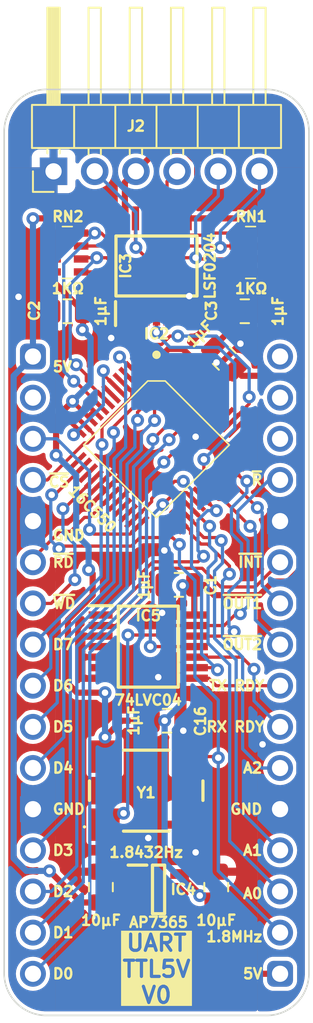
<source format=kicad_pcb>
(kicad_pcb (version 20240108) (generator "pcbnew") (generator_version "8.0")
  (title_block (title "TTL5V UART") (date "2024-08-06") (rev "V0"))
  (layers (0 "F.Cu" signal) (31 "B.Cu" signal) (36 "B.SilkS" user "B.Silkscreen") (37 "F.SilkS" user "F.Silkscreen") (38 "B.Mask" user) (39 "F.Mask" user) (44 "Edge.Cuts" user))
  (net 0 "")
  (net 1 "/5V")
  (net 2 "/GND")
  (net 3 "/RX Ready")
  (net 4 "/D0")
  (net 5 "/D1")
  (net 6 "/D2")
  (net 7 "/D3")
  (net 8 "/D4")
  (net 9 "/D5")
  (net 10 "/D6")
  (net 11 "/D7")
  (net 13 "/~{ADS}")
  (net 20 "/~{CTS}_{3V}")
  (net 21 "/SOUT_{3V}")
  (net 22 "/SIN_{3V}")
  (net 25 "/~{RTS}_{3V}")
  (net 27 "Net-(IC2-RCLK)")
  (net 28 "/~{CS}")
  (net 29 "/~{WD}")
  (net 30 "/~{RD}")
  (net 31 "/A2")
  (net 32 "/A1")
  (net 35 "/A0")
  (net 37 "/Reset")
  (net 42 "/3.3V")
  (net 43 "/1.8432MHz")
  (net 44 "/~{TXRDY}")
  (net 45 "/~{RXRDY}")
  (net 46 "/INT")
  (net 47 "/~{OUT2}")
  (net 48 "/~{OUT1}")
  (net 50 "/~{INT}")
  (net 53 "/TX Ready")
  (net 54 "/~{Reset}")
  (net 56 "/SIN_{5V}")
  (net 58 "/~{CTS}_{5V}")
  (net 59 "/SOUT_{5V}")
  (net 60 "/~{RTS}_{5V}")
  (footprint "Connector_PinHeader_2.54mm:PinHeader_1x06_P2.54mm_Horizontal" (layer "F.Cu") (at 115.570001 41.91 90)
    (property "Reference" "J2")
    (property "Value" "Conn_01x06_Pin")
  )
  (footprint "SamacSys_Parts:C_0805" (layer "F.Cu") (at 125.603 86.106)
    (property "Reference" "C18" (hide yes))
    (property "Value" "10µF")
  )
  (footprint "SamacSys_Parts:CAY16-J4" (layer "F.Cu") (at 116.391 46.92)
    (property "Reference" "RN2")
    (property "Value" "CAY16-102J4LF" (hide yes))
  )
  (footprint "SamacSys_Parts:C_0805" (layer "F.Cu") (at 116.459 50.546 90)
    (property "Reference" "C2")
    (property "Value" "1μF")
  )
  (footprint "SamacSys_Parts:C_0805" (layer "F.Cu") (at 127.381 50.546 90)
    (property "Reference" "C3")
    (property "Value" "1μF")
  )
  (footprint "SamacSys_Parts:DIP-32_Board_W15.24mm_Nak" (layer "F.Cu") (at 114.3 53.34)
    (property "Reference" "J1" (hide yes))
    (property "Value" "Conn_02x16_Counter_Clockwise" (hide yes))
  )
  (footprint "SamacSys_Parts:C_0805" (layer "F.Cu") (at 123.317 67.437 90)
    (property "Reference" "C1")
    (property "Value" "1μF")
  )
  (footprint "SamacSys_Parts:CAY16-J4" (layer "F.Cu") (at 127.752 46.92 180)
    (property "Reference" "RN1")
    (property "Value" "CAY16-102J4LF" (hide yes))
  )
  (footprint "SamacSys_Parts:SOP65P640X110-14N" (layer "F.Cu") (at 121.92 47.752 90)
    (property "Reference" "IC3")
    (property "Value" "LSF0204PW-Q100J" (hide yes))
  )
  (footprint "SamacSys_Parts:C_0805" (layer "F.Cu") (at 122.555 75.819 -90)
    (property "Reference" "C16")
    (property "Value" "1μF")
  )
  (footprint "SamacSys_Parts:C_0805" (layer "F.Cu") (at 126.111 53.467 45)
    (property "Reference" "C15" (hide yes))
    (property "Value" "1μF")
  )
  (footprint "SamacSys_Parts:SOP65P640X110-14N" (layer "F.Cu") (at 121.412 71.247)
    (property "Reference" "IC5")
    (property "Value" "74LVC04APW,118" (hide yes))
  )
  (footprint "SamacSys_Parts:QFP50P900X900X160-48N" (layer "F.Cu") (at 121.92 58.801 -45)
    (property "Reference" "IC2")
    (property "Value" "TL16C550DPTR" (hide yes))
  )
  (footprint "SamacSys_Parts:LFSPXO020733" (layer "F.Cu") (at 121.285 79.629)
    (property "Reference" "Y1")
    (property "Value" "LFSPXO020733" (hide yes))
  )
  (footprint "SamacSys_Parts:SOT95P285X130-5N" (layer "F.Cu") (at 122.047 86.233)
    (property "Reference" "IC4")
    (property "Value" "AP7365-33WG-7" (hide yes))
  )
  (footprint "SamacSys_Parts:C_0805" (layer "F.Cu") (at 118.491 86.106)
    (property "Reference" "C17" (hide yes))
    (property "Value" "10µF")
  )
  (gr_arc (start 112.525544 39.37) (mid 113.351821 37.554811) (end 115.219622 36.855529) (stroke (width 0.1)) (layer "Edge.Cuts"))
  (gr_arc (start 128.807073 36.855529) (mid 130.622253 37.681799) (end 131.321544 39.549606) (stroke (width 0.1)) (layer "Edge.Cuts"))
  (gr_line (start 131.321544 39.549606) (end 131.321545 91.496813) (stroke (width 0.1)) (layer "Edge.Cuts"))
  (gr_line (start 112.525544 39.37) (end 112.525545 91.317207) (stroke (width 0.1)) (layer "Edge.Cuts"))
  (gr_line (start 115.040016 94.011284) (end 128.627467 94.011284) (stroke (width 0.1)) (layer "Edge.Cuts"))
  (gr_line (start 128.807073 36.855529) (end 115.219622 36.855529) (stroke (width 0.1)) (layer "Edge.Cuts"))
  (gr_arc (start 131.321545 91.496813) (mid 130.49527 93.31201) (end 128.627467 94.011284) (stroke (width 0.1)) (layer "Edge.Cuts"))
  (gr_arc (start 115.040016 94.011284) (mid 113.224819 93.185009) (end 112.525545 91.317207) (stroke (width 0.1)) (layer "Edge.Cuts"))
  (gr_text "~{INT}" (at 128.524 66.04 0) (layer "F.SilkS") (effects (font (size 0.635 0.635) (thickness 0.15) (bold yes)) (justify right)))
  (gr_text "GND" (at 115.443 64.389 0) (layer "F.SilkS") (effects (font (size 0.635 0.635) (thickness 0.15) (bold yes)) (justify left)))
  (gr_text "A2" (at 128.524 78.74 0) (layer "F.SilkS") (effects (font (size 0.635 0.635) (thickness 0.15) (bold yes)) (justify right)))
  (gr_text "TX RDY" (at 128.651 73.66 0) (layer "F.SilkS") (effects (font (size 0.635 0.635) (thickness 0.15) (bold yes)) (justify right)))
  (gr_text "D7" (at 115.443 71.12 0) (layer "F.SilkS") (effects (font (size 0.635 0.635) (thickness 0.15) (bold yes)) (justify left)))
  (gr_text "D5" (at 115.443 76.2 0) (layer "F.SilkS") (effects (font (size 0.635 0.635) (thickness 0.15) (bold yes)) (justify left)))
  (gr_text "~{OUT1}" (at 128.524 68.58 0) (layer "F.SilkS") (effects (font (size 0.635 0.635) (thickness 0.15) (bold yes)) (justify right)))
  (gr_text "D2" (at 115.443 86.36 0) (layer "F.SilkS") (effects (font (size 0.635 0.635) (thickness 0.15) (bold yes)) (justify left)))
  (gr_text "D0" (at 115.443 91.44 0) (layer "F.SilkS") (effects (font (size 0.635 0.635) (thickness 0.15) (bold yes)) (justify left)))
  (gr_text "~{R}" (at 128.524 60.96 0) (layer "F.SilkS") (effects (font (size 0.635 0.635) (thickness 0.15) (bold yes)) (justify right)))
  (gr_text "~{OUT2}" (at 128.524 71.12 0) (layer "F.SilkS") (effects (font (size 0.635 0.635) (thickness 0.15) (bold yes)) (justify right)))
  (gr_text "UART\nTTL5V\nV0" (at 121.92 93.345 0) (layer "F.SilkS" knockout) (effects (font (size 1 1) (thickness 0.2) (bold yes)) (justify bottom)))
  (gr_text "5V" (at 115.443 53.975 0) (layer "F.SilkS") (effects (font (size 0.635 0.635) (thickness 0.15) (bold yes)) (justify left)))
  (gr_text "A0" (at 128.524 86.487 0) (layer "F.SilkS") (effects (font (size 0.635 0.635) (thickness 0.15) (bold yes)) (justify right)))
  (gr_text "D1" (at 115.443 88.9 0) (layer "F.SilkS") (effects (font (size 0.635 0.635) (thickness 0.15) (bold yes)) (justify left)))
  (gr_text "D6" (at 115.443 73.66 0) (layer "F.SilkS") (effects (font (size 0.635 0.635) (thickness 0.15) (bold yes)) (justify left)))
  (gr_text "D4" (at 115.443 78.74 0) (layer "F.SilkS") (effects (font (size 0.635 0.635) (thickness 0.15) (bold yes)) (justify left)))
  (gr_text "RX RDY" (at 128.651 76.2 0) (layer "F.SilkS") (effects (font (size 0.635 0.635) (thickness 0.15) (bold yes)) (justify right)))
  (gr_text "1.8MHz" (at 128.524 89.154 0) (layer "F.SilkS") (effects (font (size 0.635 0.635) (thickness 0.15) (bold yes)) (justify right)))
  (gr_text "D3" (at 115.443 83.82 0) (layer "F.SilkS") (effects (font (size 0.635 0.635) (thickness 0.15) (bold yes)) (justify left)))
  (gr_text "~{RD}" (at 115.443 66.04 0) (layer "F.SilkS") (effects (font (size 0.635 0.635) (thickness 0.15) (bold yes)) (justify left)))
  (gr_text "~{CS}" (at 115.189 61.087 0) (layer "F.SilkS") (effects (font (size 0.635 0.635) (thickness 0.15) (bold yes)) (justify left)))
  (gr_text "A1" (at 128.524 83.82 0) (layer "F.SilkS") (effects (font (size 0.635 0.635) (thickness 0.15) (bold yes)) (justify right)))
  (gr_text "~{WD}" (at 115.443 68.58 0) (layer "F.SilkS") (effects (font (size 0.635 0.635) (thickness 0.15) (bold yes)) (justify left)))
  (gr_text "GND" (at 115.443 81.28 0) (layer "F.SilkS") (effects (font (size 0.635 0.635) (thickness 0.15) (bold yes)) (justify left)))
  (gr_text "GND" (at 128.524 81.28 0) (layer "F.SilkS") (effects (font (size 0.635 0.635) (thickness 0.15) (bold yes)) (justify right)))
  (gr_text "5V" (at 128.524 91.44 0) (layer "F.SilkS") (effects (font (size 0.635 0.635) (thickness 0.15) (bold yes)) (justify right)))
  (segment (start 121.712 86.923) (end 121.452 87.183) (width 0.38) (layer "F.Cu") (net 1))
  (segment (start 119.97 44.814) (end 114.317 44.814) (width 0.38) (layer "F.Cu") (net 1))
  (segment (start 120.747 85.283) (end 121.702 85.283) (width 0.38) (layer "F.Cu") (net 1))
  (segment (start 127.667 44.814) (end 128.573 45.72) (width 0.38) (layer "F.Cu") (net 1))
  (segment (start 118.491 87.04) (end 117.265992 87.04) (width 0.38) (layer "F.Cu") (net 1))
  (segment (start 114.317 44.814) (end 114.3 44.831) (width 0.38) (layer "F.Cu") (net 1))
  (segment (start 123.87 44.814) (end 127.667 44.814) (width 0.38) (layer "F.Cu") (net 1))
  (segment (start 121.702 85.283) (end 121.712 85.293) (width 0.38) (layer "F.Cu") (net 1))
  (segment (start 129.54 91.44) (end 122.047 91.44) (width 0.38) (layer "F.Cu") (net 1))
  (segment (start 123.698 40.64) (end 121.920001 40.64) (width 0.38) (layer "F.Cu") (net 1))
  (segment (start 121.452 87.183) (end 120.747 87.183) (width 0.38) (layer "F.Cu") (net 1))
  (segment (start 118.491 87.04) (end 120.604 87.04) (width 0.38) (layer "F.Cu") (net 1))
  (segment (start 128.573 46.52) (end 128.573 47.32) (width 0.38) (layer "F.Cu") (net 1))
  (segment (start 121.920001 40.64) (end 120.650001 41.91) (width 0.38) (layer "F.Cu") (net 1))
  (segment (start 120.604 87.04) (end 120.747 87.183) (width 0.38) (layer "F.Cu") (net 1))
  (segment (start 128.573 47.32) (end 128.573 48.12) (width 0.38) (layer "F.Cu") (net 1))
  (segment (start 128.315 49.104) (end 128.315 50.546) (width 0.38) (layer "F.Cu") (net 1))
  (segment (start 119.97 44.814) (end 119.97 42.590001) (width 0.38) (layer "F.Cu") (net 1))
  (segment (start 117.265992 87.04) (end 115.315992 85.09) (width 0.38) (layer "F.Cu") (net 1))
  (segment (start 128.573 48.12) (end 128.573 48.846) (width 0.38) (layer "F.Cu") (net 1))
  (segment (start 128.573 45.72) (end 128.573 46.52) (width 0.38) (layer "F.Cu") (net 1))
  (segment (start 123.87 44.814) (end 123.87 43.77) (width 0.38) (layer "F.Cu") (net 1))
  (segment (start 124.430001 43.209999) (end 124.430001 41.372001) (width 0.38) (layer "F.Cu") (net 1))
  (segment (start 119.97 42.590001) (end 120.650001 41.91) (width 0.38) (layer "F.Cu") (net 1))
  (segment (start 123.87 43.77) (end 124.430001 43.209999) (width 0.38) (layer "F.Cu") (net 1))
  (segment (start 121.712 85.293) (end 121.712 86.923) (width 0.38) (layer "F.Cu") (net 1))
  (segment (start 124.430001 41.372001) (end 123.698 40.64) (width 0.38) (layer "F.Cu") (net 1))
  (segment (start 122.047 91.44) (end 118.491 87.884) (width 0.38) (layer "F.Cu") (net 1))
  (segment (start 118.491 87.884) (end 118.491 87.04) (width 0.38) (layer "F.Cu") (net 1))
  (segment (start 128.573 48.846) (end 128.315 49.104) (width 0.38) (layer "F.Cu") (net 1))
  (via (at 115.315992 85.09) (size 0.8) (drill 0.4) (layers "F.Cu" "B.Cu") (net 1))
  (via (at 114.3 44.831) (size 0.8) (drill 0.4) (layers "F.Cu" "B.Cu") (net 1))
  (segment (start 114.3 53.34) (end 113.11 54.53) (width 0.38) (layer "B.Cu") (net 1))
  (segment (start 114.3 53.34) (end 114.3 44.831) (width 0.38) (layer "B.Cu") (net 1))
  (segment (start 113.11 54.53) (end 113.11 84.312915) (width 0.38) (layer "B.Cu") (net 1))
  (segment (start 113.887085 85.09) (end 115.315992 85.09) (width 0.38) (layer "B.Cu") (net 1))
  (segment (start 113.11 84.312915) (end 113.887085 85.09) (width 0.38) (layer "B.Cu") (net 1))
  (segment (start 116.459 52.578) (end 118.745 52.578) (width 0.38) (layer "F.Cu") (net 2))
  (segment (start 125.427935 52.753065) (end 126.415 51.766) (width 0.38) (layer "F.Cu") (net 2))
  (segment (start 123.825 82.237) (end 126.678 82.237) (width 0.38) (layer "F.Cu") (net 2))
  (segment (start 120.142 86.233) (end 119.049 85.14) (width 0.38) (layer "F.Cu") (net 2))
  (segment (start 113.11 75.707085) (end 113.11 80.09) (width 0.38) (layer "F.Cu") (net 2))
  (segment (start 122.682 60.706) (end 120.770766 60.706) (width 0.38) (layer "F.Cu") (net 2))
  (segment (start 125.927727 53.712497) (end 127.094612 52.545612) (width 0.38) (layer "F.Cu") (net 2))
  (segment (start 118.75895 61.60284) (end 118.73716 61.60284) (width 0.2794) (layer "F.Cu") (net 2))
  (segment (start 115.316 67.31) (end 113.887085 67.31) (width 0.38) (layer "F.Cu") (net 2))
  (segment (start 128.35 60.532) (end 126.651072 58.833072) (width 0.38) (layer "F.Cu") (net 2))
  (segment (start 117.602 62.484) (end 117.602 62.04137) (width 0.2794) (layer "F.Cu") (net 2))
  (segment (start 126.665498 76.436998) (end 127.508 77.2795) (width 0.38) (layer "F.Cu") (net 2))
  (segment (start 122.404 65.312) (end 120.800965 65.312) (width 0.38) (layer "F.Cu") (net 2))
  (segment (start 123.825 82.296) (end 123.825 83.439) (width 0.38) (layer "F.Cu") (net 2))
  (segment (start 123.825 83.439) (end 124.333 83.947) (width 0.38) (layer "F.Cu") (net 2))
  (segment (start 113.03 64.77) (end 114.3 63.5) (width 0.38) (layer "F.Cu") (net 2))
  (segment (start 123.87 50.69) (end 123.87 49.677606) (width 0.38) (layer "F.Cu") (net 2))
  (segment (start 120.077498 61.399268) (end 119.680942 61.002712) (width 0.2794) (layer "F.Cu") (net 2))
  (segment (start 117.3465 71.862) (end 117.3815 71.897) (width 0.38) (layer "F.Cu") (net 2))
  (segment (start 119.634 73.197) (end 121.964066 73.197) (width 0.38) (layer "F.Cu") (net 2))
  (segment (start 114.427001 50.673) (end 114.427 50.673) (width 0.38) (layer "F.Cu") (net 2))
  (segment (start 115.493 50.546) (end 115.493 51.612) (width 0.38) (layer "F.Cu") (net 2))
  (segment (start 120.65 83.947) (end 121.412 83.185) (width 0.38) (layer "F.Cu") (net 2))
  (segment (start 129.047085 62.15) (end 128.35 61.452915) (width 0.38) (layer "F.Cu") (net 2))
  (segment (start 125.61915 53.712497) (end 125.927727 53.712497) (width 0.38) (layer "F.Cu") (net 2))
  (segment (start 113.887085 67.31) (end 113.03 66.452915) (width 0.38) (layer "F.Cu") (net 2))
  (segment (start 119.126 74.93) (end 119.634 74.422) (width 0.38) (layer "F.Cu") (net 2))
  (segment (start 123.521 76.386998) (end 123.571 76.436998) (width 0.38) (layer "F.Cu") (net 2))
  (segment (start 123.571 59.69) (end 123.571 59.817) (width 0.38) (layer "F.Cu") (net 2))
  (segment (start 116.586 63.5) (end 114.3 63.5) (width 0.2794) (layer "F.Cu") (net 2))
  (segment (start 120.800965 65.312) (end 120.453965 65.659) (width 0.38) (layer "F.Cu") (net 2))
  (segment (start 113.03 52.070001) (end 114.427001 50.673) (width 0.38) (layer "F.Cu") (net 2))
  (segment (start 122.36 82.237) (end 123.317 82.237) (width 0.38) (layer "F.Cu") (net 2))
  (segment (start 119.359078 61.002712) (end 118.75895 61.60284) (width 0.2794) (layer "F.Cu") (net 2))
  (segment (start 124.52163 57.277) (end 124.206 57.59263) (width 0.38) (layer "F.Cu") (net 2))
  (segment (start 114.3 81.28) (end 116.967 83.947) (width 0.38) (layer "F.Cu") (net 2))
  (segment (start 117.602 62.484) (end 116.586 63.5) (width 0.2794) (layer "F.Cu") (net 2))
  (segment (start 117.3815 71.897) (end 118.474 71.897) (width 0.38) (layer "F.Cu") (net 2))
  (segment (start 113.887085 67.31) (end 113.11 68.087085) (width 0.38) (layer "F.Cu") (net 2))
  (segment (start 114.427001 50.673) (end 115.366 50.673) (width 0.38) (layer "F.Cu") (net 2))
  (segment (start 119.634 74.422) (end 119.634 73.197) (width 0.38) (layer "F.Cu") (net 2))
  (segment (start 120.747 86.233) (end 120.142 86.233) (width 0.38) (layer "F.Cu") (net 2))
  (segment (start 113.11 68.087085) (end 113.11 69.072915) (width 0.38) (layer "F.Cu") (net 2))
  (segment (start 123.521 75.819) (end 123.521 74.626004) (width 0.38) (layer "F.Cu") (net 2))
  (segment (start 126.651072 58.833072) (end 126.077702 58.833072) (width 0.38) (layer "F.Cu") (net 2))
  (segment (start 113.03 62.23) (end 113.03 52.070001) (width 0.38) (layer "F.Cu") (net 2))
  (segment (start 121.412 83.058) (end 121.539 83.058) (width 0.38) (layer "F.Cu") (net 2))
  (segment (start 116.967 83.947) (end 118.491 83.947) (width 0.38) (layer "F.Cu") (net 2))
  (segment (start 118.439 70.632) (end 117.3465 70.632) (width 0.38) (layer "F.Cu") (net 2))
  (segment (start 124.333 83.947) (end 125.526 85.14) (width 0.38) (layer "F.Cu") (net 2))
  (segment (start 126.077702 58.833072) (end 124.52163 57.277) (width 0.38) (layer "F.Cu") (net 2))
  (segment (start 113.887085 74.93) (end 119.126 74.93) (width 0.38) (layer "F.Cu") (net 2))
  (segment (start 113.11 74.152915) (end 113.887085 74.93) (width 0.38) (layer "F.Cu") (net 2))
  (segment (start 126.415 51.766) (end 126.415 50.546) (width 0.38) (layer "F.Cu") (net 2))
  (segment (start 120.453965 65.659) (end 116.967 65.659) (width 0.38) (layer "F.Cu") (net 2))
  (segment (start 124.206 57.59263) (end 124.206 59.055) (width 0.38) (layer "F.Cu") (net 2))
  (segment (start 117.856 62.484) (end 117.602 62.484) (width 0.2794) (layer "F.Cu") (net 2))
  (segment (start 119.049 85.14) (end 118.491 85.14) (width 0.38) (layer "F.Cu") (net 2))
  (segment (start 117.602 62.04137) (end 118.39974 61.24363) (width 0.2794) (layer "F.Cu") (net 2))
  (segment (start 127.635 81.28) (end 129.54 81.28) (width 0.38) (layer "F.Cu") (net 2))
  (segment (start 129.079 62.15) (end 129.047085 62.15) (width 0.38) (layer "F.Cu") (net 2))
  (segment (start 117.3465 73.162) (end 117.3815 73.197) (width 0.38) (layer "F.Cu") (net 2))
  (segment (start 124.206 59.055) (end 123.571 59.69) (width 0.38) (layer "F.Cu") (net 2))
  (segment (start 121.412 83.185) (end 121.412 83.058) (width 0.38) (layer "F.Cu") (net 2))
  (segment (start 113.11 80.09) (end 114.3 81.28) (width 0.38) (layer "F.Cu") (net 2))
  (segment (start 118.75895 61.60284) (end 118.404761 61.248651) (width 0.3) (layer "F.Cu") (net 2))
  (segment (start 117.3815 73.197) (end 118.474 73.197) (width 0.38) (layer "F.Cu") (net 2))
  (segment (start 113.887085 74.93) (end 113.11 75.707085) (width 0.38) (layer "F.Cu") (net 2))
  (segment (start 120.077498 61.721132) (end 120.077498 61.399268) (width 0.2794) (layer "F.Cu") (net 2))
  (segment (start 117.3465 71.932) (end 117.3465 73.162) (width 0.38) (layer "F.Cu") (net 2))
  (segment (start 114.3 63.5) (end 113.03 62.23) (width 0.38) (layer "F.Cu") (net 2))
  (segment (start 125.427935 52.783935) (end 125.427935 53.521282) (width 0.38) (layer "F.Cu") (net 2))
  (segment (start 119.680942 61.002712) (end 119.359078 61.002712) (width 0.2794) (layer "F.Cu") (net 2))
  (segment (start 121.539 83.058) (end 122.36 82.237) (width 0.38) (layer "F.Cu") (net 2))
  (segment (start 113.11 70.627085) (end 113.11 74.152915) (width 0.38) (layer "F.Cu") (net 2))
  (segment (start 118.491 83.947) (end 120.65 83.947) (width 0.38) (layer "F.Cu") (net 2))
  (segment (start 118.745 52.578) (end 119.126 52.197) (width 0.38) (layer "F.Cu") (net 2))
  (segment (start 128.35 61.452915) (end 128.35 60.532) (width 0.38) (layer "F.Cu") (net 2))
  (segment (start 118.474 73.197) (end 119.634 73.197) (width 0.38) (layer "F.Cu") (net 2))
  (segment (start 113.11 69.072915) (end 113.157 69.119915) (width 0.38) (layer "F.Cu") (net 2))
  (segment (start 125.427935 53.521282) (end 125.61915 53.712497) (width 0.38) (layer "F.Cu") (net 2))
  (segment (start 123.571 76.436998) (end 126.665498 76.436998) (width 0.38) (layer "F.Cu") (net 2))
  (segment (start 118.73716 61.60284) (end 117.856 62.484) (width 0.2794) (layer "F.Cu") (net 2))
  (segment (start 123.87 49.677606) (end 123.937627 49.609979) (width 0.38) (layer "F.Cu") (net 2))
  (segment (start 120.770766 60.706) (end 120.113065 61.363701) (width 0.38) (layer "F.Cu") (net 2))
  (segment (start 125.44026 56.35837) (end 124.52163 57.277) (width 0.2794) (layer "F.Cu") (net 2))
  (segment (start 114.427 50.673) (end 113.411 49.657) (width 0.38) (layer "F.Cu") (net 2))
  (segment (start 113.157 69.119915) (end 113.157 70.580085) (width 0.38) (layer "F.Cu") (net 2))
  (segment (start 123.521 75.819) (end 123.521 76.386998) (width 0.38) (layer "F.Cu") (net 2))
  (segment (start 123.521 74.626004) (end 122.028031 73.133035) (width 0.38) (layer "F.Cu") (net 2))
  (segment (start 129.54 63.5) (end 129.54 62.611) (width 0.38) (layer "F.Cu") (net 2))
  (segment (start 123.571 59.817) (end 122.682 60.706) (width 0.38) (layer "F.Cu") (net 2))
  (segment (start 122.22 69.115885) (end 122.266084 69.161969) (width 0.38) (layer "F.Cu") (net 2))
  (segment (start 122.22 67.568) (end 122.22 69.115885) (width 0.38) (layer "F.Cu") (net 2))
  (segment (start 116.967 65.659) (end 115.316 67.31) (width 0.38) (layer "F.Cu") (net 2))
  (segment (start 115.493 51.612) (end 116.459 52.578) (width 0.38) (layer "F.Cu") (net 2))
  (segment (start 129.54 62.611) (end 129.079 62.15) (width 0.38) (layer "F.Cu") (net 2))
  (segment (start 121.964066 73.197) (end 122.028031 73.133035) (width 0.38) (layer "F.Cu") (net 2))
  (segment (start 117.3465 70.632) (end 117.3465 71.862) (width 0.38) (layer "F.Cu") (net 2))
  (segment (start 113.03 66.452915) (end 113.03 64.77) (width 0.38) (layer "F.Cu") (net 2))
  (segment (start 127.508 77.2795) (end 128.4605 77.2795) (width 0.38) (layer "F.Cu") (net 2))
  (segment (start 123.87 50.69) (end 126.398 50.69) (width 0.38) (layer "F.Cu") (net 2))
  (segment (start 117.3815 71.897) (end 117.3465 71.932) (width 0.38) (layer "F.Cu") (net 2))
  (segment (start 126.678 82.237) (end 127.635 81.28) (width 0.38) (layer "F.Cu") (net 2))
  (segment (start 118.491 85.14) (end 118.491 83.947) (width 0.38) (layer "F.Cu") (net 2))
  (segment (start 119.47737 62.32126) (end 120.077498 61.721132) (width 0.2794) (layer "F.Cu") (net 2))
  (segment (start 113.157 70.580085) (end 113.11 70.627085) (width 0.38) (layer "F.Cu") (net 2))
  (via (at 128.4605 77.2795) (size 0.8) (drill 0.4) (layers "F.Cu" "B.Cu") (net 2))
  (via (at 121.412 83.058) (size 0.8) (drill 0.4) (layers "F.Cu" "B.Cu") (net 2))
  (via (at 124.333 83.947) (size 0.8) (drill 0.4) (layers "F.Cu" "B.Cu") (net 2))
  (via (at 119.126 52.197) (size 0.8) (drill 0.4) (layers "F.Cu" "B.Cu") (net 2))
  (via (at 122.028031 73.133035) (size 0.8) (drill 0.4) (layers "F.Cu" "B.Cu") (net 2))
  (via (at 113.411 49.657) (size 0.8) (drill 0.4) (layers "F.Cu" "B.Cu") (net 2))
  (via (at 125.61915 53.712497) (size 0.8) (drill 0.4) (layers "F.Cu" "B.Cu") (net 2))
  (via (at 124.333 58.293) (size 0.8) (drill 0.4) (layers "F.Cu" "B.Cu") (net 2))
  (via (at 122.404 65.312) (size 0.8) (drill 0.4) (layers "F.Cu" "B.Cu") (net 2))
  (via (at 127.094612 52.545612) (size 0.8) (drill 0.4) (layers "F.Cu" "B.Cu") (net 2))
  (via (at 123.937627 49.609979) (size 0.8) (drill 0.4) (layers "F.Cu" "B.Cu") (net 2))
  (via (at 123.571 76.436998) (size 0.8) (drill 0.4) (layers "F.Cu" "B.Cu") (net 2))
  (via (at 122.266084 69.161969) (size 0.8) (drill 0.4) (layers "F.Cu" "B.Cu") (net 2))
  (segment (start 124.333 58.293) (end 124.206 58.166) (width 0.38) (layer "B.Cu") (net 2))
  (segment (start 124.206 58.166) (end 124.206 55.125647) (width 0.38) (layer "B.Cu") (net 2))
  (segment (start 121.412 73.749066) (end 122.028031 73.133035) (width 0.38) (layer "B.Cu") (net 2))
  (segment (start 122.404 69.024053) (end 122.266084 69.161969) (width 0.38) (layer "B.Cu") (net 2))
  (segment (start 130.73 80.09) (end 129.54 81.28) (width 0.38) (layer "B.Cu") (net 2))
  (segment (start 130.095 77.47) (end 128.651 77.47) (width 0.38) (layer "B.Cu") (net 2))
  (segment (start 122.731 60.657) (end 124.333 59.055) (width 0.38) (layer "B.Cu") (net 2))
  (segment (start 124.333 83.947) (end 123.571 83.185) (width 0.38) (layer "B.Cu") (net 2))
  (segment (start 124.206 55.125647) (end 125.61915 53.712497) (width 0.38) (layer "B.Cu") (net 2))
  (segment (start 122.379003 69.274888) (end 122.266084 69.161969) (width 0.38) (layer "B.Cu") (net 2))
  (segment (start 130.73 62.31) (end 130.73 55.292) (width 0.38) (layer "B.Cu") (net 2))
  (segment (start 130.73 76.835) (end 130.73 76.327) (width 0.38) (layer "B.Cu") (net 2))
  (segment (start 130.095 77.47) (end 130.73 76.835) (width 0.38) (layer "B.Cu") (net 2))
  (segment (start 129.047085 54.53) (end 127.094612 52.577527) (width 0.38) (layer "B.Cu") (net 2))
  (segment (start 130.73 64.69) (end 130.73 76.327) (width 0.38) (layer "B.Cu") (net 2))
  (segment (start 128.651 77.47) (end 128.4605 77.2795) (width 0.38) (layer "B.Cu") (net 2))
  (segment (start 130.095 77.47) (end 130.73 78.105) (width 0.38) (layer "B.Cu") (net 2))
  (segment (start 129.54 63.5) (end 130.73 62.31) (width 0.38) (layer "B.Cu") (net 2))
  (segment (start 124.333 59.055) (end 124.333 58.293) (width 0.38) (layer "B.Cu") (net 2))
  (segment (start 129.54 63.5) (end 130.73 64.69) (width 0.38) (layer "B.Cu") (net 2))
  (segment (start 123.937627 49.609979) (end 121.713021 49.609979) (width 0.38) (layer "B.Cu") (net 2))
  (segment (start 130.73 78.105) (end 130.73 80.09) (width 0.38) (layer "B.Cu") (net 2))
  (segment (start 127.094612 52.577527) (end 127.094612 52.545612) (width 0.38) (layer "B.Cu") (net 2))
  (segment (start 122.404 64.032) (end 123.317 63.119) (width 0.38) (layer "B.Cu") (net 2))
  (segment (start 128.905 81.28) (end 128.016 80.391) (width 0.38) (layer "B.Cu") (net 2))
  (segment (start 123.317 63.119) (end 123.317 61.91581) (width 0.38) (layer "B.Cu") (net 2))
  (segment (start 121.713021 49.609979) (end 119.126 52.197) (width 0.38) (layer "B.Cu") (net 2))
  (segment (start 113.411 49.657) (end 113.411 44.069001) (width 0.38) (layer "B.Cu") (net 2))
  (segment (start 122.028031 73.133035) (end 122.379003 72.782063) (width 0.38) (layer "B.Cu") (net 2))
  (segment (start 122.404 65.312) (end 122.404 69.024053) (width 0.38) (layer "B.Cu") (net 2))
  (segment (start 122.379003 72.782063) (end 122.379003 69.274888) (width 0.38) (layer "B.Cu") (net 2))
  (segment (start 123.317 61.91581) (end 122.731 61.32981) (width 0.38) (layer "B.Cu") (net 2))
  (segment (start 129.968 54.53) (end 129.047085 54.53) (width 0.38) (layer "B.Cu") (net 2))
  (segment (start 123.571 83.185) (end 123.571 76.436998) (width 0.38) (layer "B.Cu") (net 2))
  (segment (start 113.411 44.069001) (end 115.570001 41.91) (width 0.38) (layer "B.Cu") (net 2))
  (segment (start 121.412 83.058) (end 121.412 73.749066) (width 0.38) (layer "B.Cu") (net 2))
  (segment (start 122.731 61.32981) (end 122.731 60.657) (width 0.38) (layer "B.Cu") (net 2))
  (segment (start 122.404 65.312) (end 122.404 64.032) (width 0.38) (layer "B.Cu") (net 2))
  (segment (start 129.54 81.28) (end 128.905 81.28) (width 0.38) (layer "B.Cu") (net 2))
  (segment (start 130.73 55.292) (end 129.968 54.53) (width 0.38) (layer "B.Cu") (net 2))
  (segment (start 127.932736 72.644) (end 127.185736 71.897) (width 0.2) (layer "F.Cu") (net 3))
  (segment (start 127.185736 71.897) (end 124.35 71.897) (width 0.2) (layer "F.Cu") (net 3))
  (via (at 127.932736 72.644) (size 0.8) (drill 0.4) (layers "F.Cu" "B.Cu") (net 3))
  (segment (start 127.932736 72.644) (end 127.932736 74.592736) (width 0.2) (layer "B.Cu") (net 3))
  (segment (start 127.932736 74.592736) (end 129.54 76.2) (width 0.2) (layer "B.Cu") (net 3))
  (segment (start 124.72184 55.63995) (end 123.625805 56.735985) (width 0.2) (layer "F.Cu") (net 4))
  (segment (start 123.625805 56.735985) (end 123.625805 58.607423) (width 0.2) (layer "F.Cu") (net 4))
  (segment (start 123.625805 58.607423) (end 122.3741 59.859128) (width 0.2) (layer "F.Cu") (net 4))
  (via (at 122.3741 59.859128) (size 0.8) (drill 0.4) (layers "F.Cu" "B.Cu") (net 4))
  (segment (start 117.805 71.609686) (end 121.304 68.110686) (width 0.2) (layer "B.Cu") (net 4))
  (segment (start 114.3 91.44) (end 117.805 87.935) (width 0.2) (layer "B.Cu") (net 4))
  (segment (start 121.304 60.929228) (end 122.3741 59.859128) (width 0.2) (layer "B.Cu") (net 4))
  (segment (start 121.304 68.110686) (end 121.304 60.929228) (width 0.2) (layer "B.Cu") (net 4))
  (segment (start 117.805 87.935) (end 117.805 71.609686) (width 0.2) (layer "B.Cu") (net 4))
  (segment (start 123.186946 57.985621) (end 122.696952 58.475615) (width 0.2) (layer "F.Cu") (net 5))
  (segment (start 123.186946 56.456424) (end 123.186946 57.985621) (width 0.2) (layer "F.Cu") (net 5))
  (segment (start 124.36263 55.28074) (end 123.186946 56.456424) (width 0.2) (layer "F.Cu") (net 5))
  (via (at 122.696952 58.475615) (size 0.8) (drill 0.4) (layers "F.Cu" "B.Cu") (net 5))
  (segment (start 122.696952 58.524387) (end 122.696952 58.475615) (width 0.2) (layer "B.Cu") (net 5))
  (segment (start 114.3 88.9) (end 117.405 85.795) (width 0.2) (layer "B.Cu") (net 5))
  (segment (start 120.904 60.317339) (end 122.696952 58.524387) (width 0.2) (layer "B.Cu") (net 5))
  (segment (start 117.405 71.444) (end 120.904 67.945) (width 0.2) (layer "B.Cu") (net 5))
  (segment (start 120.904 67.945) (end 120.904 60.317339) (width 0.2) (layer "B.Cu") (net 5))
  (segment (start 117.405 85.795) (end 117.405 71.444) (width 0.2) (layer "B.Cu") (net 5))
  (segment (start 124.02138 54.93949) (end 122.555 56.40587) (width 0.2) (layer "F.Cu") (net 6))
  (segment (start 122.555 56.40587) (end 122.555 57.596106) (width 0.2) (layer "F.Cu") (net 6))
  (segment (start 122.555 57.596106) (end 121.695555 58.455551) (width 0.2) (layer "F.Cu") (net 6))
  (via (at 121.695555 58.455551) (size 0.8) (drill 0.4) (layers "F.Cu" "B.Cu") (net 6))
  (segment (start 120.504 60.151653) (end 121.695555 58.960098) (width 0.2) (layer "B.Cu") (net 6))
  (segment (start 120.504 67.74443) (end 120.504 60.151653) (width 0.2) (layer "B.Cu") (net 6))
  (segment (start 117.005 84.78637) (end 117.005 71.24343) (width 0.2) (layer "B.Cu") (net 6))
  (segment (start 114.3 86.36) (end 115.43137 86.36) (width 0.2) (layer "B.Cu") (net 6))
  (segment (start 117.005 71.24343) (end 120.504 67.74443) (width 0.2) (layer "B.Cu") (net 6))
  (segment (start 115.43137 86.36) (end 117.005 84.78637) (width 0.2) (layer "B.Cu") (net 6))
  (segment (start 121.695555 58.960098) (end 121.695555 58.455551) (width 0.2) (layer "B.Cu") (net 6))
  (segment (start 121.80095 56.4415) (end 121.80095 57.292189) (width 0.2) (layer "F.Cu") (net 7))
  (segment (start 123.66217 54.58028) (end 121.80095 56.4415) (width 0.2) (layer "F.Cu") (net 7))
  (via (at 121.80095 57.292189) (size 0.8) (drill 0.4) (layers "F.Cu" "B.Cu") (net 7))
  (segment (start 114.3 83.82) (end 116.605 81.515) (width 0.2) (layer "B.Cu") (net 7))
  (segment (start 120.986978 59.102989) (end 120.986978 58.106161) (width 0.2) (layer "B.Cu") (net 7))
  (segment (start 116.605 71.077744) (end 120.104 67.578744) (width 0.2) (layer "B.Cu") (net 7))
  (segment (start 116.605 81.515) (end 116.605 71.077744) (width 0.2) (layer "B.Cu") (net 7))
  (segment (start 120.986978 58.106161) (end 121.80095 57.292189) (width 0.2) (layer "B.Cu") (net 7))
  (segment (start 120.104 59.985967) (end 120.986978 59.102989) (width 0.2) (layer "B.Cu") (net 7))
  (segment (start 120.104 67.578744) (end 120.104 59.985967) (width 0.2) (layer "B.Cu") (net 7))
  (segment (start 120.751231 56.772797) (end 120.751231 57.267772) (width 0.2) (layer "F.Cu") (net 8))
  (segment (start 123.302959 54.221069) (end 120.751231 56.772797) (width 0.2) (layer "F.Cu") (net 8))
  (via (at 120.751231 57.267772) (size 0.8) (drill 0.4) (layers "F.Cu" "B.Cu") (net 8))
  (segment (start 119.704 59.820282) (end 120.586978 58.937304) (width 0.2) (layer "B.Cu") (net 8))
  (segment (start 119.704 67.413058) (end 119.704 59.820282) (width 0.2) (layer "B.Cu") (net 8))
  (segment (start 116.205 70.912058) (end 119.704 67.413058) (width 0.2) (layer "B.Cu") (net 8))
  (segment (start 116.205 76.835) (end 116.205 70.912058) (width 0.2) (layer "B.Cu") (net 8))
  (segment (start 120.586978 57.432025) (end 120.751231 57.267772) (width 0.2) (layer "B.Cu") (net 8))
  (segment (start 120.586978 58.937304) (end 120.586978 57.432025) (width 0.2) (layer "B.Cu") (net 8))
  (segment (start 114.3 78.74) (end 116.205 76.835) (width 0.2) (layer "B.Cu") (net 8))
  (segment (start 120.488721 54.221069) (end 119.639637 53.371985) (width 0.2) (layer "F.Cu") (net 9))
  (via (at 119.639637 53.371985) (size 0.8) (drill 0.4) (layers "F.Cu" "B.Cu") (net 9))
  (segment (start 120.015 53.747348) (end 120.015 58.943596) (width 0.2) (layer "B.Cu") (net 9))
  (segment (start 115.8 74.7) (end 114.3 76.2) (width 0.2) (layer "B.Cu") (net 9))
  (segment (start 119.304 67.247372) (end 115.8 70.751372) (width 0.2) (layer "B.Cu") (net 9))
  (segment (start 119.304 59.654596) (end 119.304 67.247372) (width 0.2) (layer "B.Cu") (net 9))
  (segment (start 119.639637 53.371985) (end 120.015 53.747348) (width 0.2) (layer "B.Cu") (net 9))
  (segment (start 115.8 70.751372) (end 115.8 74.7) (width 0.2) (layer "B.Cu") (net 9))
  (segment (start 120.015 58.943596) (end 119.304 59.654596) (width 0.2) (layer "B.Cu") (net 9))
  (segment (start 120.797008 55.199458) (end 120.797008 56.161334) (width 0.2) (layer "F.Cu") (net 10))
  (segment (start 119.265 57.693342) (end 119.265 58.02284) (width 0.2) (layer "F.Cu") (net 10))
  (segment (start 120.17783 54.58028) (end 120.797008 55.199458) (width 0.2) (layer "F.Cu") (net 10))
  (segment (start 120.797008 56.161334) (end 119.265 57.693342) (width 0.2) (layer "F.Cu") (net 10))
  (via (at 119.265 58.02284) (size 0.8) (drill 0.4) (layers "F.Cu" "B.Cu") (net 10))
  (segment (start 114.3 73.66) (end 115.4 72.56) (width 0.2) (layer "B.Cu") (net 10))
  (segment (start 115.4 70.585686) (end 118.904 67.081686) (width 0.2) (layer "B.Cu") (net 10))
  (segment (start 119.309444 59.083466) (end 119.309444 58.067284) (width 0.2) (layer "B.Cu") (net 10))
  (segment (start 118.904 59.48891) (end 119.309444 59.083466) (width 0.2) (layer "B.Cu") (net 10))
  (segment (start 118.904 67.081686) (end 118.904 59.48891) (width 0.2) (layer "B.Cu") (net 10))
  (segment (start 119.309444 58.067284) (end 119.265 58.02284) (width 0.2) (layer "B.Cu") (net 10))
  (segment (start 115.4 72.56) (end 115.4 70.585686) (width 0.2) (layer "B.Cu") (net 10))
  (segment (start 120.397008 55.517878) (end 120.397008 55.830171) (width 0.2) (layer "F.Cu") (net 11))
  (segment (start 120.397008 55.830171) (end 118.559444 57.667735) (width 0.2) (layer "F.Cu") (net 11))
  (segment (start 119.81862 54.93949) (end 120.397008 55.517878) (width 0.2) (layer "F.Cu") (net 11))
  (segment (start 118.559444 57.667735) (end 118.559444 58.772805) (width 0.2) (layer "F.Cu") (net 11))
  (via (at 118.559444 58.772805) (size 0.8) (drill 0.4) (layers "F.Cu" "B.Cu") (net 11))
  (segment (start 114.3 71.12) (end 118.504 66.916) (width 0.2) (layer "B.Cu") (net 11))
  (segment (start 118.504 58.828249) (end 118.559444 58.772805) (width 0.2) (layer "B.Cu") (net 11))
  (segment (start 118.504 66.916) (end 118.504 58.828249) (width 0.2) (layer "B.Cu") (net 11))
  (segment (start 118.072569 64.300569) (end 117.792 64.02) (width 0.2) (layer "F.Cu") (net 13))
  (segment (start 120.87829 63.72218) (end 120.299901 64.300569) (width 0.2) (layer "F.Cu") (net 13))
  (segment (start 120.299901 64.300569) (end 118.072569 64.300569) (width 0.2) (layer "F.Cu") (net 13))
  (via (at 117.792 64.02) (size 0.8) (drill 0.4) (layers "F.Cu" "B.Cu") (net 13))
  (segment (start 117.792 60.435173) (end 117.792 64.02) (width 0.2) (layer "B.Cu") (net 13))
  (segment (start 114.3 58.42) (end 115.776827 58.42) (width 0.2) (layer "B.Cu") (net 13))
  (segment (start 115.776827 58.42) (end 117.792 60.435173) (width 0.2) (layer "B.Cu") (net 13))
  (segment (start 121.5885 52.596) (end 120.62 51.6275) (width 0.2) (layer "F.Cu") (net 20))
  (segment (start 117.27 48.12) (end 118.9875 48.12) (width 0.2) (layer "F.Cu") (net 20))
  (segment (start 122.23569 52.596) (end 121.5885 52.596) (width 0.2) (layer "F.Cu") (net 20))
  (segment (start 127.635002 56.260998) (end 127.635002 55.835336) (width 0.2) (layer "F.Cu") (net 20))
  (segment (start 120.62 49.7525) (end 120.62 50.69) (width 0.2) (layer "F.Cu") (net 20))
  (segment (start 118.9875 48.12) (end 120.62 49.7525) (width 0.2) (layer "F.Cu") (net 20))
  (segment (start 122.754188 52.077502) (end 122.23569 52.596) (width 0.2) (layer "F.Cu") (net 20))
  (segment (start 126.499931 57.396069) (end 127.635002 56.260998) (width 0.2) (layer "F.Cu") (net 20))
  (segment (start 120.62 51.6275) (end 120.62 50.69) (width 0.2) (layer "F.Cu") (net 20))
  (segment (start 123.239394 52.077502) (end 122.754188 52.077502) (width 0.2) (layer "F.Cu") (net 20))
  (via (at 127.635002 55.835336) (size 0.8) (drill 0.4) (layers "F.Cu" "B.Cu") (net 20))
  (via (at 123.239394 52.077502) (size 0.8) (drill 0.4) (layers "F.Cu" "B.Cu") (net 20))
  (segment (start 123.239394 52.077502) (end 125.610502 52.077502) (width 0.2) (layer "B.Cu") (net 20))
  (segment (start 125.610502 52.077502) (end 127.635002 54.102002) (width 0.2) (layer "B.Cu") (net 20))
  (segment (start 127.635002 54.102002) (end 127.635002 55.835336) (width 0.2) (layer "B.Cu") (net 20))
  (segment (start 118.11 45.72) (end 117.27 45.72) (width 0.2) (layer "F.Cu") (net 21))
  (segment (start 118.5125 45.72) (end 122.57 49.7775) (width 0.2) (layer "F.Cu") (net 21))
  (segment (start 118.39974 56.35837) (end 116.90537 54.864) (width 0.2) (layer "F.Cu") (net 21))
  (segment (start 122.57 49.7775) (end 122.57 50.69) (width 0.2) (layer "F.Cu") (net 21))
  (segment (start 116.90537 54.864) (end 116.815869 54.864) (width 0.2) (layer "F.Cu") (net 21))
  (segment (start 118.11 45.72) (end 118.5125 45.72) (width 0.2) (layer "F.Cu") (net 21))
  (via (at 118.11 45.72) (size 0.8) (drill 0.4) (layers "F.Cu" "B.Cu") (net 21))
  (via (at 116.815869 54.864) (size 0.8) (drill 0.4) (layers "F.Cu" "B.Cu") (net 21))
  (segment (start 116.198 54.246131) (end 116.815869 54.864) (width 0.2) (layer "B.Cu") (net 21))
  (segment (start 116.198 47.632) (end 116.198 54.246131) (width 0.2) (layer "B.Cu") (net 21))
  (segment (start 118.11 45.72) (end 116.198 47.632) (width 0.2) (layer "B.Cu") (net 21))
  (segment (start 117.59 54.471) (end 116.967 53.848) (width 0.2) (layer "F.Cu") (net 22))
  (segment (start 118.237 47.244) (end 117.346 47.244) (width 0.2) (layer "F.Cu") (net 22))
  (segment (start 118.237 47.244) (end 118.845814 47.244) (width 0.2) (layer "F.Cu") (net 22))
  (segment (start 117.59 54.83021) (end 117.59 54.471) (width 0.2) (layer "F.Cu") (net 22))
  (segment (start 121.27 49.668186) (end 121.27 50.69) (width 0.2) (layer "F.Cu") (net 22))
  (segment (start 118.75895 55.99916) (end 117.59 54.83021) (width 0.2) (layer "F.Cu") (net 22))
  (segment (start 118.845814 47.244) (end 121.27 49.668186) (width 0.2) (layer "F.Cu") (net 22))
  (via (at 116.967 53.848) (size 0.8) (drill 0.4) (layers "F.Cu" "B.Cu") (net 22))
  (via (at 118.237 47.244) (size 0.8) (drill 0.4) (layers "F.Cu" "B.Cu") (net 22))
  (segment (start 118.237 47.244) (end 116.598 48.883) (width 0.2) (layer "B.Cu") (net 22))
  (segment (start 116.598 53.479) (end 116.967 53.848) (width 0.2) (layer "B.Cu") (net 22))
  (segment (start 116.598 48.883) (end 116.598 53.479) (width 0.2) (layer "B.Cu") (net 22))
  (segment (start 121.92 49.7525) (end 121.92 50.69) (width 0.2) (layer "F.Cu") (net 25))
  (segment (start 125.44026 61.24363) (end 124.841 60.64437) (width 0.2) (layer "F.Cu") (net 25))
  (segment (start 124.841 60.64437) (end 124.841 59.69) (width 0.2) (layer "F.Cu") (net 25))
  (segment (start 121.92 51.851029) (end 121.92 50.69) (width 0.2) (layer "F.Cu") (net 25))
  (segment (start 117.27 46.52) (end 118.6875 46.52) (width 0.2) (layer "F.Cu") (net 25))
  (segment (start 118.6875 46.52) (end 121.92 49.7525) (width 0.2) (layer "F.Cu") (net 25))
  (via (at 124.841 59.69) (size 0.8) (drill 0.4) (layers "F.Cu" "B.Cu") (net 25))
  (via (at 121.92 51.851029) (size 0.8) (drill 0.4) (layers "F.Cu" "B.Cu") (net 25))
  (segment (start 126.746 53.778686) (end 125.744816 52.777502) (width 0.2) (layer "B.Cu") (net 25))
  (segment (start 125.744816 52.777502) (end 122.752339 52.777502) (width 0.2) (layer "B.Cu") (net 25))
  (segment (start 126.746 57.785) (end 126.746 53.778686) (width 0.2) (layer "B.Cu") (net 25))
  (segment (start 122.752339 52.777502) (end 121.92 51.945163) (width 0.2) (layer "B.Cu") (net 25))
  (segment (start 124.841 59.69) (end 126.746 57.785) (width 0.2) (layer "B.Cu") (net 25))
  (segment (start 121.92 51.945163) (end 121.92 51.851029) (width 0.2) (layer "B.Cu") (net 25))
  (segment (start 119.47737 55.28074) (end 118.643357 54.446727) (width 0.2) (layer "F.Cu") (net 27))
  (segment (start 116.99882 57.75929) (end 116.99882 57.97718) (width 0.2) (layer "F.Cu") (net 27))
  (segment (start 116.99882 57.97718) (end 116.81 58.166) (width 0.2) (layer "F.Cu") (net 27))
  (segment (start 118.643357 54.446727) (end 118.643357 54.217838) (width 0.2) (layer "F.Cu") (net 27))
  (via (at 116.81 58.166) (size 0.8) (drill 0.4) (layers "F.Cu" "B.Cu") (net 27))
  (via (at 118.643357 54.217838) (size 0.8) (drill 0.4) (layers "F.Cu" "B.Cu") (net 27))
  (segment (start 118.643357 56.332643) (end 118.643357 54.217838) (width 0.2) (layer "B.Cu") (net 27))
  (segment (start 116.81 58.166) (end 118.643357 56.332643) (width 0.2) (layer "B.Cu") (net 27))
  (segment (start 117.470072 58.678928) (end 115.189 60.96) (width 0.2) (layer "F.Cu") (net 28))
  (segment (start 117.340069 57.418041) (end 118.01615 58.094122) (width 0.2) (layer "F.Cu") (net 28))
  (segment (start 115.189 60.96) (end 114.3 60.96) (width 0.2) (layer "F.Cu") (net 28))
  (segment (start 117.663372 58.678928) (end 117.470072 58.678928) (width 0.2) (layer "F.Cu") (net 28))
  (segment (start 118.01615 58.094122) (end 118.01615 58.32615) (width 0.2) (layer "F.Cu") (net 28))
  (segment (start 118.01615 58.32615) (end 117.663372 58.678928) (width 0.2) (layer "F.Cu") (net 28))
  (segment (start 115.420371 68.58) (end 116.884312 67.116059) (width 0.2) (layer "F.Cu") (net 29))
  (segment (start 118.05849 60.90238) (end 116.22287 62.738) (width 0.2) (layer "F.Cu") (net 29))
  (segment (start 114.3 68.58) (end 115.420371 68.58) (width 0.2) (layer "F.Cu") (net 29))
  (segment (start 116.22287 62.738) (end 116.150016 62.738) (width 0.2) (layer "F.Cu") (net 29))
  (via (at 116.884312 67.116059) (size 0.8) (drill 0.4) (layers "F.Cu" "B.Cu") (net 29))
  (via (at 116.150016 62.738) (size 0.8) (drill 0.4) (layers "F.Cu" "B.Cu") (net 29))
  (segment (start 116.884312 67.116059) (end 116.884312 64.936217) (width 0.2) (layer "B.Cu") (net 29))
  (segment (start 116.884312 64.936217) (end 116.150016 64.201921) (width 0.2) (layer "B.Cu") (net 29))
  (segment (start 116.150016 64.201921) (end 116.150016 62.738) (width 0.2) (layer "B.Cu") (net 29))
  (segment (start 115.966202 64.135) (end 116.616339 64.135) (width 0.2) (layer "F.Cu") (net 30))
  (segment (start 114.3 65.801202) (end 115.966202 64.135) (width 0.2) (layer "F.Cu") (net 30))
  (segment (start 117.481339 63.27) (end 117.81021 63.27) (width 0.2) (layer "F.Cu") (net 30))
  (segment (start 117.81021 63.27) (end 119.11816 61.96205) (width 0.2) (layer "F.Cu") (net 30))
  (segment (start 116.616339 64.135) (end 117.481339 63.27) (width 0.2) (layer "F.Cu") (net 30))
  (segment (start 125.070424 64.917085) (end 126.419451 66.266112) (width 0.2) (layer "F.Cu") (net 31))
  (segment (start 126.419451 66.266112) (end 126.419451 66.770558) (width 0.2) (layer "F.Cu") (net 31))
  (segment (start 123.302959 63.380931) (end 124.017435 64.095407) (width 0.2) (layer "F.Cu") (net 31))
  (segment (start 124.017435 64.270781) (end 124.663739 64.917085) (width 0.2) (layer "F.Cu") (net 31))
  (segment (start 124.663739 64.917085) (end 125.070424 64.917085) (width 0.2) (layer "F.Cu") (net 31))
  (segment (start 124.017435 64.095407) (end 124.017435 64.270781) (width 0.2) (layer "F.Cu") (net 31))
  (via (at 126.419451 66.770558) (size 0.8) (drill 0.4) (layers "F.Cu" "B.Cu") (net 31))
  (segment (start 127.232736 77.564106) (end 127.232736 71.905397) (width 0.2) (layer "B.Cu") (net 31))
  (segment (start 125.989 70.661661) (end 125.989 67.201009) (width 0.2) (layer "B.Cu") (net 31))
  (segment (start 128.40863 78.74) (end 127.232736 77.564106) (width 0.2) (layer "B.Cu") (net 31))
  (segment (start 129.54 78.74) (end 128.40863 78.74) (width 0.2) (layer "B.Cu") (net 31))
  (segment (start 127.232736 71.905397) (end 125.989 70.661661) (width 0.2) (layer "B.Cu") (net 31))
  (segment (start 125.989 67.201009) (end 126.419451 66.770558) (width 0.2) (layer "B.Cu") (net 31))
  (segment (start 124.464643 63.824193) (end 124.464643 64.145973) (width 0.2) (layer "F.Cu") (net 32))
  (segment (start 124.464643 64.145973) (end 124.835755 64.517085) (width 0.2) (layer "F.Cu") (net 32))
  (segment (start 123.66217 63.02172) (end 124.464643 63.824193) (width 0.2) (layer "F.Cu") (net 32))
  (segment (start 125.733443 64.517085) (end 125.912704 64.696346) (width 0.2) (layer "F.Cu") (net 32))
  (segment (start 124.835755 64.517085) (end 125.733443 64.517085) (width 0.2) (layer "F.Cu") (net 32))
  (via (at 125.912704 64.696346) (size 0.8) (drill 0.4) (layers "F.Cu" "B.Cu") (net 32))
  (segment (start 129.54 83.82) (end 126.832736 81.112736) (width 0.2) (layer "B.Cu") (net 32))
  (segment (start 125.5 66.577686) (end 125.988353 66.089333) (width 0.2) (layer "B.Cu") (net 32))
  (segment (start 125.5 70.738347) (end 125.5 66.577686) (width 0.2) (layer "B.Cu") (net 32))
  (segment (start 125.988353 64.771995) (end 125.912704 64.696346) (width 0.2) (layer "B.Cu") (net 32))
  (segment (start 125.988353 66.089333) (end 125.988353 64.771995) (width 0.2) (layer "B.Cu") (net 32))
  (segment (start 126.832736 72.071083) (end 125.5 70.738347) (width 0.2) (layer "B.Cu") (net 32))
  (segment (start 126.832736 81.112736) (end 126.832736 72.071083) (width 0.2) (layer "B.Cu") (net 32))
  (segment (start 124.02138 62.66251) (end 125.17501 63.81614) (width 0.2) (layer "F.Cu") (net 35))
  (segment (start 125.17501 63.81614) (end 125.193191 63.81614) (width 0.2) (layer "F.Cu") (net 35))
  (via (at 125.193191 63.81614) (size 0.8) (drill 0.4) (layers "F.Cu" "B.Cu") (net 35))
  (segment (start 125.1 66.412) (end 125.588353 65.923647) (width 0.2) (layer "B.Cu") (net 35))
  (segment (start 126.432736 72.368414) (end 125.1 71.035678) (width 0.2) (layer "B.Cu") (net 35))
  (segment (start 125.588353 65.435014) (end 125.193191 65.039852) (width 0.2) (layer "B.Cu") (net 35))
  (segment (start 129.54 86.36) (end 126.432736 83.252736) (width 0.2) (layer "B.Cu") (net 35))
  (segment (start 125.588353 65.923647) (end 125.588353 65.435014) (width 0.2) (layer "B.Cu") (net 35))
  (segment (start 125.193191 65.039852) (end 125.193191 63.81614) (width 0.2) (layer "B.Cu") (net 35))
  (segment (start 125.1 71.035678) (end 125.1 66.412) (width 0.2) (layer "B.Cu") (net 35))
  (segment (start 126.432736 83.252736) (end 126.432736 72.368414) (width 0.2) (layer "B.Cu") (net 35))
  (segment (start 126.436289 70.597) (end 124.35 70.597) (width 0.2) (layer "F.Cu") (net 37))
  (segment (start 127.346894 61.030922) (end 127.493581 61.030922) (width 0.2) (layer "F.Cu") (net 37))
  (segment (start 126.499931 60.183959) (end 127.346894 61.030922) (width 0.2) (layer "F.Cu") (net 37))
  (segment (start 126.710655 70.322634) (end 126.436289 70.597) (width 0.2) (layer "F.Cu") (net 37))
  (via (at 126.710655 70.322634) (size 0.8) (drill 0.4) (layers "F.Cu" "B.Cu") (net 37))
  (via (at 127.493581 61.030922) (size 0.8) (drill 0.4) (layers "F.Cu" "B.Cu") (net 37))
  (segment (start 126.54 64.256634) (end 126.54 62.69) (width 0.2) (layer "B.Cu") (net 37))
  (segment (start 127.169451 64.886085) (end 126.54 64.256634) (width 0.2) (layer "B.Cu") (net 37))
  (segment (start 126.54 62.69) (end 127.493581 61.736419) (width 0.2) (layer "B.Cu") (net 37))
  (segment (start 126.389 67.86167) (end 127.169451 67.081219) (width 0.2) (layer "B.Cu") (net 37))
  (segment (start 126.710655 70.322634) (end 126.389 70.000979) (width 0.2) (layer "B.Cu") (net 37))
  (segment (start 126.389 70.000979) (end 126.389 67.86167) (width 0.2) (layer "B.Cu") (net 37))
  (segment (start 127.169451 67.081219) (end 127.169451 64.886085) (width 0.2) (layer "B.Cu") (net 37))
  (segment (start 127.493581 61.736419) (end 127.493581 61.030922) (width 0.2) (layer "B.Cu") (net 37))
  (segment (start 117.983 66.748133) (end 117.733867 66.499) (width 0.38) (layer "F.Cu") (net 42))
  (segment (start 118.745 74.09) (end 117.016 74.09) (width 0.38) (layer "F.Cu") (net 42))
  (segment (start 117.393 51.644) (end 117.348 51.689) (width 0.38) (layer "F.Cu") (net 42))
  (segment (start 122.654473 52.870182) (end 122.438655 53.086) (width 0.38) (layer "F.Cu") (net 42))
  (segment (start 124.251 69.198) (end 124.35 69.297) (width 0.38) (layer "F.Cu") (net 42))
  (segment (start 123.571 67.437) (end 123.534309 67.473691) (width 0.38) (layer "F.Cu") (net 42))
  (segment (start 117.52 50.673) (end 119.953 50.673) (width 0.38) (layer "F.Cu") (net 42))
  (segment (start 125.603 87.04) (end 125.177 86.614) (width 0.38) (layer "F.Cu") (net 42))
  (segment (start 118.745 78.037) (end 118.745 76.835002) (width 0.38) (layer "F.Cu") (net 42))
  (segment (start 129.112 67.23) (end 130.032915 67.23) (width 0.38) (layer "F.Cu") (net 42))
  (segment (start 115.727602 59.431436) (end 115.727602 57.119398) (width 0.38) (layer "F.Cu") (net 42))
  (segment (start 117.69928 57.05883) (end 116.743725 56.103275) (width 0.2794) (layer "F.Cu") (net 42))
  (segment (start 125.315235 54.640091) (end 123.545326 52.870182) (width 0.38) (layer "F.Cu") (net 42))
  (segment (start 115.57 46.52) (end 115.57 47.32) (width 0.38) (layer "F.Cu") (net 42))
  (segment (start 115.57 48.723) (end 115.57 48.12) (width 0.38) (layer "F.Cu") (net 42))
  (segment (start 115.57 47.32) (end 115.57 48.12) (width 0.38) (layer "F.Cu") (net 42))
  (segment (start 119.761002 75.819) (end 118.745 76.835002) (width 0.38) (layer "F.Cu") (net 42))
  (segment (start 125.476 68.072) (end 128.27 68.072) (width 0.38) (layer "F.Cu") (net 42))
  (segment (start 127.174 54.53) (end 126.771438 54.127438) (width 0.38) (layer "F.Cu") (net 42))
  (segment (start 130.032915 54.53) (end 127.174 54.53) (width 0.38) (layer "F.Cu") (net 42))
  (segment (start 130.73 66.532915) (end 130.73 55.227085) (width 0.38) (layer "F.Cu") (net 42))
  (segment (start 124.251 67.437) (end 123.571 67.437) (width 0.38) (layer "F.Cu") (net 42))
  (segment (start 121.621 75.819) (end 119.761002 75.819) (width 0.38) (layer "F.Cu") (net 42))
  (segment (start 119.97 51.8075) (end 119.97 50.69) (width 0.38) (layer "F.Cu") (net 42))
  (segment (start 123.347 85.283) (end 124.587 86.523) (width 0.38) (layer "F.Cu") (net 42))
  (segment (start 124.251 67.437) (end 124.251 69.198) (width 0.38) (layer "F.Cu") (net 42))
  (segment (start 117.016 74.09) (end 116.459 73.533) (width 0.38) (layer "F.Cu") (net 42))
  (segment (start 126.771438 54.127438) (end 126.258785 54.640091) (width 0.38) (layer "F.Cu") (net 42))
  (segment (start 116.459 73.533) (end 116.459 69.596) (width 0.38) (layer "F.Cu") (net 42))
  (segment (start 125.177 86.614) (end 124.587 86.614) (width 0.38) (layer "F.Cu") (net 42))
  (segment (start 124.251 67.437) (end 124.841 67.437) (width 0.38) (layer "F.Cu") (net 42))
  (segment (start 125.08105 55.99916) (end 126.517438 54.562772) (width 0.2794) (layer "F.Cu") (net 42))
  (segment (start 128.27 68.072) (end 129.112 67.23) (width 0.38) (layer "F.Cu") (net 42))
  (segment (start 122.438655 53.086) (end 121.2485 53.086) (width 0.38) (layer "F.Cu") (net 42))
  (segment (start 117.69928 57.05883) (end 118.05849 56.69962) (width 0.2794) (layer "F.Cu") (net 42))
  (segment (start 123.545326 52.870182) (end 122.654473 52.870182) (width 0.38) (layer "F.Cu") (net 42))
  (segment (start 130.032915 67.23) (end 130.73 66.532915) (width 0.38) (layer "F.Cu") (net 42))
  (segment (start 115.57 45.72) (end 115.57 46.52) (width 0.38) (layer "F.Cu") (net 42))
  (segment (start 121.621 75.819) (end 122.420998 75.819) (width 0.38) (layer "F.Cu") (net 42))
  (segment (start 124.841 67.437) (end 125.476 68.072) (width 0.38) (layer "F.Cu") (net 42))
  (segment (start 121.2485 53.086) (end 119.97 51.8075) (width 0.38) (layer "F.Cu") (net 42))
  (segment (start 115.727602 57.119398) (end 116.743725 56.103275) (width 0.38) (layer "F.Cu") (net 42))
  (segment (start 126.258785 54.640091) (end 125.315235 54.640091) (width 0.38) (layer "F.Cu") (net 42))
  (segment (start 117.393 50.546) (end 115.57 48.723) (width 0.38) (layer "F.Cu") (net 42))
  (segment (start 124.587 86.523) (end 124.587 86.614) (width 0.38) (layer "F.Cu") (net 42))
  (segment (start 116.459 69.596) (end 117.983 68.072) (width 0.38) (layer "F.Cu") (net 42))
  (segment (start 117.393 50.546) (end 117.393 51.644) (width 0.38) (layer "F.Cu") (net 42))
  (segment (start 122.420998 75.819) (end 122.421 75.819002) (width 0.38) (layer "F.Cu") (net 42))
  (segment (start 130.73 55.227085) (end 130.032915 54.53) (width 0.38) (layer "F.Cu") (net 42))
  (segment (start 117.983 68.072) (end 117.983 66.748133) (width 0.38) (layer "F.Cu") (net 42))
  (via (at 124.587 86.614) (size 0.8) (drill 0.4) (layers "F.Cu" "B.Cu") (net 42))
  (via (at 123.534309 67.473691) (size 0.8) (drill 0.4) (layers "F.Cu" "B.Cu") (net 42))
  (via (at 116.743725 56.103275) (size 0.8) (drill 0.4) (layers "F.Cu" "B.Cu") (net 42))
  (via (at 118.745 76.835002) (size 0.8) (drill 0.4) (layers "F.Cu" "B.Cu") (net 42))
  (via (at 117.733867 66.499) (size 0.8) (drill 0.4) (layers "F.Cu" "B.Cu") (net 42))
  (via (at 117.348 51.689) (size 0.8) (drill 0.4) (layers "F.Cu" "B.Cu") (net 42))
  (via (at 115.727602 59.431436) (size 0.8) (drill 0.4) (layers "F.Cu" "B.Cu") (net 42))
  (via (at 118.745 74.09) (size 0.8) (drill 0.4) (layers "F.Cu" "B.Cu") (net 42))
  (via (at 122.421 75.819002) (size 0.8) (drill 0.4) (layers "F.Cu" "B.Cu") (net 42))
  (segment (start 117.733867 65.092807) (end 116.967 64.32594) (width 0.38) (layer "B.Cu") (net 42))
  (segment (start 124.587 86.614) (end 124.46 86.614) (width 0.38) (layer "B.Cu") (net 42))
  (segment (start 122.421 75.819002) (end 123.571 74.669002) (width 0.38) (layer "B.Cu") (net 42))
  (segment (start 118.745 76.835002) (end 118.745 74.09) (width 0.38) (layer "B.Cu") (net 42))
  (segment (start 117.348 51.689) (end 117.853357 52.194357) (width 0.38) (layer "B.Cu") (net 42))
  (segment (start 117.853357 52.194357) (end 117.853357 54.993643) (width 0.38) (layer "B.Cu") (net 42))
  (segment (start 116.967 60.670834) (end 115.727602 59.431436) (width 0.38) (layer "B.Cu") (net 42))
  (segment (start 117.853357 54.993643) (end 116.743725 56.103275) (width 0.38) (layer "B.Cu") (net 42))
  (segment (start 124.46 86.614) (end 122.421 84.575) (width 0.38) (layer "B.Cu") (net 42))
  (segment (start 117.733867 66.499) (end 117.733867 65.092807) (width 0.38) (layer "B.Cu") (net 42))
  (segment (start 123.571 74.669002) (end 123.571 67.510382) (width 0.38) (layer "B.Cu") (net 42))
  (segment (start 123.571 67.510382) (end 123.534309 67.473691) (width 0.38) (layer "B.Cu") (net 42))
  (segment (start 116.967 64.32594) (end 116.967 60.670834) (width 0.38) (layer "B.Cu") (net 42))
  (segment (start 122.421 84.575) (end 122.421 75.819002) (width 0.38) (layer "B.Cu") (net 42))
  (segment (start 125.662 78.037) (end 125.73 78.105) (width 0.2) (layer "F.Cu") (net 43))
  (segment (start 122.908481 64.516) (end 120.904 64.516) (width 0.2) (layer "F.Cu") (net 43))
  (segment (start 120.378 65.042) (end 116.05807 65.042) (width 0.2) (layer "F.Cu") (net 43))
  (segment (start 120.904 64.516) (end 120.378 65.042) (width 0.2) (layer "F.Cu") (net 43))
  (segment (start 123.825 78.037) (end 125.662 78.037) (width 0.2) (layer "F.Cu") (net 43))
  (segment (start 123.332067 64.939586) (end 122.908481 64.516) (width 0.2) (layer "F.Cu") (net 43))
  (segment (start 117.340069 60.183959) (end 115.647724 61.876304) (width 0.2) (layer "F.Cu") (net 43))
  (segment (start 115.647724 61.876304) (end 115.454849 61.876304) (width 0.2) (layer "F.Cu") (net 43))
  (segment (start 116.05807 65.042) (end 115.903275 65.196795) (width 0.2) (layer "F.Cu") (net 43))
  (via (at 125.73 78.105) (size 0.8) (drill 0.4) (layers "F.Cu" "B.Cu") (net 43))
  (via (at 115.454849 61.876304) (size 0.8) (drill 0.4) (layers "F.Cu" "B.Cu") (net 43))
  (via (at 115.903275 65.196795) (size 0.8) (drill 0.4) (layers "F.Cu" "B.Cu") (net 43))
  (via (at 123.332067 64.939586) (size 0.8) (drill 0.4) (layers "F.Cu" "B.Cu") (net 43))
  (segment (start 115.903275 65.196795) (end 115.4 64.69352) (width 0.2) (layer "B.Cu") (net 43))
  (segment (start 129.54 88.9) (end 125.73 85.09) (width 0.2) (layer "B.Cu") (net 43))
  (segment (start 115.4 61.931153) (end 115.454849 61.876304) (width 0.2) (layer "B.Cu") (net 43))
  (segment (start 123.332067 66.210787) (end 124.288 67.16672) (width 0.2) (layer "B.Cu") (net 43))
  (segment (start 124.288 67.16672) (end 124.288 73.107) (width 0.2) (layer "B.Cu") (net 43))
  (segment (start 115.4 64.69352) (end 115.4 61.931153) (width 0.2) (layer "B.Cu") (net 43))
  (segment (start 124.288 73.107) (end 125.73 74.549) (width 0.2) (layer "B.Cu") (net 43))
  (segment (start 123.332067 64.939586) (end 123.332067 66.210787) (width 0.2) (layer "B.Cu") (net 43))
  (segment (start 125.73 74.549) (end 125.73 78.105) (width 0.2) (layer "B.Cu") (net 43))
  (segment (start 125.73 85.09) (end 125.73 78.105) (width 0.2) (layer "B.Cu") (net 43))
  (segment (start 124.35 72.547) (end 125.550661 72.547) (width 0.2) (layer "F.Cu") (net 44))
  (segment (start 122.028992 61.704) (end 121.618827 62.114165) (width 0.2) (layer "F.Cu") (net 44))
  (segment (start 121.618827 62.114165) (end 121.618827 62.299145) (width 0.2) (layer "F.Cu") (net 44))
  (segment (start 122.376965 61.704) (end 122.028992 61.704) (width 0.2) (layer "F.Cu") (net 44))
  (segment (start 121.618827 62.299145) (end 120.537041 63.380931) (width 0.2) (layer "F.Cu") (net 44))
  (segment (start 123.038093 61.042872) (end 122.376965 61.704) (width 0.2) (layer "F.Cu") (net 44))
  (segment (start 123.575133 61.042872) (end 123.038093 61.042872) (width 0.2) (layer "F.Cu") (net 44))
  (segment (start 125.550661 72.547) (end 125.682736 72.679075) (width 0.2) (layer "F.Cu") (net 44))
  (via (at 123.575133 61.042872) (size 0.8) (drill 0.4) (layers "F.Cu" "B.Cu") (net 44))
  (via (at 125.682736 72.679075) (size 0.8) (drill 0.4) (layers "F.Cu" "B.Cu") (net 44))
  (segment (start 124.079 61.546739) (end 124.079 66.294) (width 0.2) (layer "B.Cu") (net 44))
  (segment (start 124.079 66.294) (end 124.7 66.915) (width 0.2) (layer "B.Cu") (net 44))
  (segment (start 123.575133 61.042872) (end 124.079 61.546739) (width 0.2) (layer "B.Cu") (net 44))
  (segment (start 124.7 71.696339) (end 125.682736 72.679075) (width 0.2) (layer "B.Cu") (net 44))
  (segment (start 124.7 66.915) (end 124.7 71.696339) (width 0.2) (layer "B.Cu") (net 44))
  (segment (start 124.36263 62.32126) (end 123.784242 61.742872) (width 0.2) (layer "F.Cu") (net 45))
  (segment (start 123.784242 61.742872) (end 123.050782 61.742872) (width 0.2) (layer "F.Cu") (net 45))
  (segment (start 124.35 71.247) (end 121.539002 71.247) (width 0.2) (layer "F.Cu") (net 45))
  (segment (start 123.050782 61.742872) (end 122.305327 62.488327) (width 0.2) (layer "F.Cu") (net 45))
  (via (at 122.305327 62.488327) (size 0.8) (drill 0.4) (layers "F.Cu" "B.Cu") (net 45))
  (via (at 121.539002 71.247) (size 0.8) (drill 0.4) (layers "F.Cu" "B.Cu") (net 45))
  (segment (start 121.704 68.542002) (end 121.539002 68.707) (width 0.2) (layer "B.Cu") (net 45))
  (segment (start 121.704 63.089654) (end 121.704 68.542002) (width 0.2) (layer "B.Cu") (net 45))
  (segment (start 121.539002 68.707) (end 121.539002 71.247) (width 0.2) (layer "B.Cu") (net 45))
  (segment (start 122.305327 62.488327) (end 121.704 63.089654) (width 0.2) (layer "B.Cu") (net 45))
  (segment (start 118.9865 69.297) (end 121.031 67.2525) (width 0.2) (layer "F.Cu") (net 46))
  (segment (start 124.478027 66.012) (end 124.822942 65.667085) (width 0.2) (layer "F.Cu") (net 46))
  (segment (start 121.031 67.2525) (end 121.031 66.68157) (width 0.2) (layer "F.Cu") (net 46))
  (segment (start 121.031 66.68157) (end 121.70057 66.012) (width 0.2) (layer "F.Cu") (net 46))
  (segment (start 124.72184 61.96205) (end 125.613895 62.854105) (width 0.2) (layer "F.Cu") (net 46))
  (segment (start 121.70057 66.012) (end 124.478027 66.012) (width 0.2) (layer "F.Cu") (net 46))
  (via (at 125.613895 62.854105) (size 0.8) (drill 0.4) (layers "F.Cu" "B.Cu") (net 46))
  (via (at 124.822942 65.667085) (size 0.8) (drill 0.4) (layers "F.Cu" "B.Cu") (net 46))
  (segment (start 125.061234 62.854105) (end 125.613895 62.854105) (width 0.2) (layer "B.Cu") (net 46))
  (segment (start 124.479 65.323143) (end 124.479 63.436339) (width 0.2) (layer "B.Cu") (net 46))
  (segment (start 124.479 63.436339) (end 125.061234 62.854105) (width 0.2) (layer "B.Cu") (net 46))
  (segment (start 124.822942 65.667085) (end 124.479 65.323143) (width 0.2) (layer "B.Cu") (net 46))
  (segment (start 125.738068 62.163268) (end 126.032841 62.163268) (width 0.2) (layer "F.Cu") (net 47))
  (segment (start 126.032841 62.163268) (end 127.69 63.820427) (width 0.2) (layer "F.Cu") (net 47))
  (segment (start 125.08105 61.60284) (end 125.17764 61.60284) (width 0.2) (layer "F.Cu") (net 47))
  (segment (start 125.17764 61.60284) (end 125.738068 62.163268) (width 0.2) (layer "F.Cu") (net 47))
  (via (at 127.69 63.820427) (size 0.8) (drill 0.4) (layers "F.Cu" "B.Cu") (net 47))
  (segment (start 128.016 69.596) (end 128.016 64.146427) (width 0.2) (layer "B.Cu") (net 47))
  (segment (start 129.54 71.12) (end 128.016 69.596) (width 0.2) (layer "B.Cu") (net 47))
  (segment (start 128.016 64.146427) (end 127.69 63.820427) (width 0.2) (layer "B.Cu") (net 47))
  (segment (start 126.701148 61.103598) (end 126.14072 60.54317) (width 0.2) (layer "F.Cu") (net 48))
  (segment (start 128.139052 62.666343) (end 126.701148 61.228439) (width 0.2) (layer "F.Cu") (net 48))
  (segment (start 126.701148 61.228439) (end 126.701148 61.103598) (width 0.2) (layer "F.Cu") (net 48))
  (segment (start 128.140944 62.666343) (end 128.139052 62.666343) (width 0.2) (layer "F.Cu") (net 48))
  (via (at 128.140944 62.666343) (size 0.8) (drill 0.4) (layers "F.Cu" "B.Cu") (net 48))
  (segment (start 128.44 62.965399) (end 128.44 67.48) (width 0.2) (layer "B.Cu") (net 48))
  (segment (start 128.44 67.48) (end 129.54 68.58) (width 0.2) (layer "B.Cu") (net 48))
  (segment (start 128.140944 62.666343) (end 128.44 62.965399) (width 0.2) (layer "B.Cu") (net 48))
  (segment (start 129.54 66.04) (end 128.016 67.564) (width 0.2) (layer "F.Cu") (net 50))
  (segment (start 128.016 67.564) (end 125.887744 67.564) (width 0.2) (layer "F.Cu") (net 50))
  (segment (start 125.887744 67.564) (end 124.735744 66.412) (width 0.2) (layer "F.Cu") (net 50))
  (segment (start 121.866256 66.412) (end 121.551 66.727256) (width 0.2) (layer "F.Cu") (net 50))
  (segment (start 119.4115 69.947) (end 118.474 69.947) (width 0.2) (layer "F.Cu") (net 50))
  (segment (start 124.735744 66.412) (end 121.866256 66.412) (width 0.2) (layer "F.Cu") (net 50))
  (segment (start 121.551 67.8075) (end 119.4115 69.947) (width 0.2) (layer "F.Cu") (net 50))
  (segment (start 121.551 66.727256) (end 121.551 67.8075) (width 0.2) (layer "F.Cu") (net 50))
  (segment (start 125.603 73.66) (end 129.54 73.66) (width 0.2) (layer "F.Cu") (net 53))
  (segment (start 125.14 73.197) (end 125.603 73.66) (width 0.2) (layer "F.Cu") (net 53))
  (segment (start 124.35 73.197) (end 125.14 73.197) (width 0.2) (layer "F.Cu") (net 53))
  (segment (start 127.089 69.215) (end 126.828339 69.215) (width 0.2) (layer "F.Cu") (net 54))
  (segment (start 124.35 69.947) (end 122.993774 69.947) (width 0.2) (layer "F.Cu") (net 54))
  (segment (start 122.408753 70.532021) (end 120.161066 70.532021) (width 0.2) (layer "F.Cu") (net 54))
  (segment (start 122.993774 69.947) (end 122.408753 70.532021) (width 0.2) (layer "F.Cu") (net 54))
  (segment (start 126.828339 69.215) (end 126.096339 69.947) (width 0.2) (layer "F.Cu") (net 54))
  (segment (start 126.096339 69.947) (end 124.35 69.947) (width 0.2) (layer "F.Cu") (net 54))
  (segment (start 119.185 82.237) (end 119.888 81.534) (width 0.2) (layer "F.Cu") (net 54))
  (via (at 119.888 81.534) (size 0.8) (drill 0.4) (layers "F.Cu" "B.Cu") (net 54))
  (via (at 120.161066 70.532021) (size 0.8) (drill 0.4) (layers "F.Cu" "B.Cu") (net 54))
  (via (at 127.089 69.215) (size 0.8) (drill 0.4) (layers "F.Cu" "B.Cu") (net 54))
  (segment (start 126.94 62.877338) (end 128.857338 60.96) (width 0.2) (layer "B.Cu") (net 54))
  (segment (start 119.888 81.534) (end 120.142 81.28) (width 0.2) (layer "B.Cu") (net 54))
  (segment (start 127.569451 68.734549) (end 127.569451 64.720399) (width 0.2) (layer "B.Cu") (net 54))
  (segment (start 127.569451 64.720399) (end 126.94 64.090948) (width 0.2) (layer "B.Cu") (net 54))
  (segment (start 127.089 69.215) (end 127.569451 68.734549) (width 0.2) (layer "B.Cu") (net 54))
  (segment (start 126.94 64.090948) (end 126.94 62.877338) (width 0.2) (layer "B.Cu") (net 54))
  (segment (start 120.142 81.28) (end 120.142 70.551087) (width 0.2) (layer "B.Cu") (net 54))
  (segment (start 120.142 70.551087) (end 120.161066 70.532021) (width 0.2) (layer "B.Cu") (net 54))
  (segment (start 121.27 45.959) (end 121.27 44.814) (width 0.2) (layer "F.Cu") (net 56))
  (segment (start 126.873 47.32) (end 124.409 47.32) (width 0.2) (layer "F.Cu") (net 56))
  (segment (start 124.409 47.32) (end 124.333 47.244) (width 0.2) (layer "F.Cu") (net 56))
  (segment (start 124.333 47.244) (end 122.555 47.244) (width 0.2) (layer "F.Cu") (net 56))
  (segment (start 122.555 47.244) (end 121.27 45.959) (width 0.2) (layer "F.Cu") (net 56))
  (via (at 124.333 47.244) (size 0.8) (drill 0.4) (layers "F.Cu" "B.Cu") (net 56))
  (segment (start 124.333 44.831) (end 125.730001 43.433999) (width 0.2) (layer "B.Cu") (net 56))
  (segment (start 124.333 47.244) (end 124.333 44.831) (width 0.2) (layer "B.Cu") (net 56))
  (segment (start 125.730001 43.433999) (end 125.730001 41.91) (width 0.2) (layer "B.Cu") (net 56))
  (segment (start 126.873 48.12) (end 122.161 48.12) (width 0.2) (layer "F.Cu") (net 58))
  (segment (start 122.161 48.12) (end 120.65 46.609) (width 0.2) (layer "F.Cu") (net 58))
  (segment (start 120.62 44.814) (end 120.62 46.579) (width 0.2) (layer "F.Cu") (net 58))
  (segment (start 120.62 46.579) (end 120.65 46.609) (width 0.2) (layer "F.Cu") (net 58))
  (via (at 120.65 46.609) (size 0.8) (drill 0.4) (layers "F.Cu" "B.Cu") (net 58))
  (segment (start 120.65 44.449999) (end 118.110001 41.91) (width 0.2) (layer "B.Cu") (net 58))
  (segment (start 120.65 46.609) (end 120.65 44.449999) (width 0.2) (layer "B.Cu") (net 58))
  (segment (start 122.8135 45.8515) (end 122.57 45.608) (width 0.2) (layer "F.Cu") (net 59))
  (segment (start 124.7095 45.8515) (end 122.8135 45.8515) (width 0.2) (layer "F.Cu") (net 59))
  (segment (start 126.873 45.72) (end 124.841 45.72) (width 0.2) (layer "F.Cu") (net 59))
  (segment (start 122.57 44.814) (end 122.57 42.530001) (width 0.2) (layer "F.Cu") (net 59))
  (segment (start 122.57 45.608) (end 122.57 44.814) (width 0.2) (layer "F.Cu") (net 59))
  (segment (start 124.841 45.72) (end 124.7095 45.8515) (width 0.2) (layer "F.Cu") (net 59))
  (segment (start 122.57 42.530001) (end 123.190001 41.91) (width 0.2) (layer "F.Cu") (net 59))
  (segment (start 125.768 46.52) (end 122.593 46.52) (width 0.2) (layer "F.Cu") (net 60))
  (segment (start 125.946 46.52) (end 125.857 46.609) (width 0.2) (layer "F.Cu") (net 60))
  (segment (start 126.873 46.52) (end 125.946 46.52) (width 0.2) (layer "F.Cu") (net 60))
  (segment (start 121.92 45.847) (end 121.92 44.814) (width 0.2) (layer "F.Cu") (net 60))
  (segment (start 122.593 46.52) (end 121.92 45.847) (width 0.2) (layer "F.Cu") (net 60))
  (segment (start 125.857 46.609) (end 125.768 46.52) (width 0.2) (layer "F.Cu") (net 60))
  (via (at 125.857 46.609) (size 0.8) (drill 0.4) (layers "F.Cu" "B.Cu") (net 60))
  (segment (start 125.857 46.609) (end 125.857 45.593) (width 0.2) (layer "B.Cu") (net 60))
  (segment (start 125.857 45.593) (end 128.270001 43.179999) (width 0.2) (layer "B.Cu") (net 60))
  (segment (start 128.270001 43.179999) (end 128.270001 41.91) (width 0.2) (layer "B.Cu") (net 60))
  (zone (net 2) (net_name "/GND") (layers "F&B.Cu") (connect_pads yes (clearance 0.25)) (min_thickness 0.25) (fill yes (thermal_gap 0.5) (thermal_bridge_width 0.5) (island_removal_mode 2) (island_area_min 10))
    (polygon (pts (xy 112.268 41.7) (xy 115.697 41.7) (xy 115.697 94.488) (xy 112.268 94.488)))
  )
  (zone (net 2) (net_name "/GND") (layers "F&B.Cu") (connect_pads yes (clearance 0.25)) (min_thickness 0.25) (fill yes (thermal_gap 0.5) (thermal_bridge_width 0.5) (island_removal_mode 2) (island_area_min 10))
    (polygon (pts (xy 128.143 41.678) (xy 131.572 41.678) (xy 131.572 94.488) (xy 128.143 94.488)))
  )
  (zone (net 2) (net_name "/GND") (layers "F&B.Cu") (connect_pads (clearance 0.25)) (min_thickness 0.25) (fill yes (thermal_gap 0.5) (thermal_bridge_width 0.5) (island_removal_mode 2) (island_area_min 10))
    (polygon (pts (xy 115.697 41.7) (xy 112.268 41.7) (xy 112.268001 34.292907) (xy 131.572001 34.292907) (xy 131.572 41.678) (xy 128.143 41.678) (xy 128.142999 94.488) (xy 115.696999 94.488)))
  )
)
</source>
